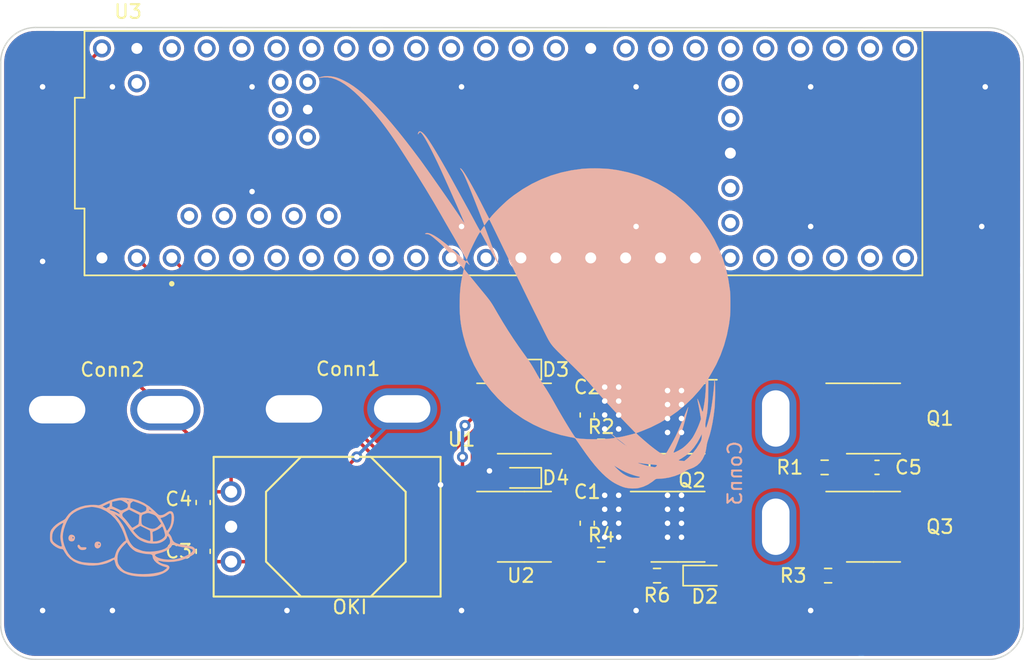
<source format=kicad_pcb>
(kicad_pcb (version 20211014) (generator pcbnew)
  (layers (0 "F.Cu" signal) (31 "B.Cu" signal) (34 "B.Paste" user) (35 "F.Paste" user) (36 "B.SilkS" user "B.Silkscreen") (37 "F.SilkS" user "F.Silkscreen") (38 "B.Mask" user) (39 "F.Mask" user) (44 "Edge.Cuts" user))
  (net 0 "")
  (net 1 "GND")
  (net 2 "Net-(D1-Pad1)")
  (net 3 "Net-(D2-Pad1)")
  (net 4 "Net-(Q1-Pad4)")
  (net 5 "Net-(Q2-Pad4)")
  (net 6 "Net-(Q3-Pad4)")
  (net 7 "Net-(Q4-Pad4)")
  (net 8 "Net-(R1-Pad1)")
  (net 9 "Net-(R2-Pad1)")
  (net 10 "Net-(R3-Pad1)")
  (net 11 "Net-(R4-Pad1)")
  (net 12 "FWD_PWM")
  (net 13 "RVS_PWM")
  (net 63 "+12V")
  (net 64 "/M+")
  (net 65 "/M-")
  (net 66 "Net-(C1-Pad1)")
  (net 67 "Net-(C2-Pad1)")
  (net 68 "+3V3")
  (footprint "Resistor_SMD:R_0603_1608Metric_Pad0.98x0.95mm_HandSolder" (layer "F.Cu") (at 99.06 76.962)
    (fp_text reference "R2" (at 0 -1.43) (layer "F.SilkS"))
    (fp_text value "100")
    (pad "1" smd roundrect (at -0.9125 0) (size 0.975 0.95) (layers "F.Cu" "F.Paste" "F.Mask") (net 9 "Net-(R2-Pad1)"))
    (pad "2" smd roundrect (at 0.9125 0) (size 0.975 0.95) (layers "F.Cu" "F.Paste" "F.Mask") (net 7 "Net-(Q4-Pad4)"))
  )
  (footprint "Capacitor_SMD:C_0603_1608Metric" (layer "F.Cu") (at 98.044 74.676 -90)
    (fp_text reference "C2" (at -2.032 0 180) (layer "F.SilkS"))
    (fp_text value "0.1u")
    (pad "1" smd roundrect (at -0.775 0 270) (size 0.9 0.95) (layers "F.Cu" "F.Paste" "F.Mask") (net 67 "Net-(C2-Pad1)"))
    (pad "2" smd roundrect (at 0.775 0 270) (size 0.9 0.95) (layers "F.Cu" "F.Paste" "F.Mask") (net 64 "/M+"))
  )
  (footprint "Resistor_SMD:R_0603_1608Metric_Pad0.98x0.95mm_HandSolder" (layer "F.Cu") (at 99.06 84.836)
    (fp_text reference "R4" (at 0.00751 -1.421921) (layer "F.SilkS"))
    (fp_text value "100")
    (pad "1" smd roundrect (at -0.9125 0) (size 0.975 0.95) (layers "F.Cu" "F.Paste" "F.Mask") (net 11 "Net-(R4-Pad1)"))
    (pad "2" smd roundrect (at 0.9125 0) (size 0.975 0.95) (layers "F.Cu" "F.Paste" "F.Mask") (net 5 "Net-(Q2-Pad4)"))
  )
  (footprint "Diode_SMD:D_0603_1608Metric" (layer "F.Cu") (at 93.218 79.248 180)
    (fp_text reference "D4" (at -2.54 0) (layer "F.SilkS"))
    (fp_text value "D_Small")
    (pad "1" smd roundrect (at -0.7875 0 180) (size 0.875 0.95) (layers "F.Cu" "F.Paste" "F.Mask") (net 66 "Net-(C1-Pad1)"))
    (pad "2" smd roundrect (at 0.7875 0 180) (size 0.875 0.95) (layers "F.Cu" "F.Paste" "F.Mask") (net 63 "+12V"))
  )
  (footprint "Capacitor_SMD:C_0603_1608Metric" (layer "F.Cu") (at 70.104 81.039 -90)
    (fp_text reference "C4" (at -0.254 1.778 180) (layer "F.SilkS"))
    (fp_text value "10u")
    (pad "1" smd roundrect (at -0.775 0 270) (size 0.9 0.95) (layers "F.Cu" "F.Paste" "F.Mask") (net 68 "+3V3"))
    (pad "2" smd roundrect (at 0.775 0 270) (size 0.9 0.95) (layers "F.Cu" "F.Paste" "F.Mask") (net 1 "GND"))
  )
  (footprint "LED_SMD:LED_0603_1608Metric_Pad1.05x0.95mm_HandSolder" (layer "F.Cu") (at 106.68 71.374)
    (fp_text reference "D1" (at 0 -1.43) (layer "F.SilkS"))
    (fp_text value "Pink")
    (pad "1" smd roundrect (at -0.875 0) (size 1.05 0.95) (layers "F.Cu" "F.Paste" "F.Mask") (net 2 "Net-(D1-Pad1)"))
    (pad "2" smd roundrect (at 0.875 0) (size 1.05 0.95) (layers "F.Cu" "F.Paste" "F.Mask") (net 64 "/M+"))
  )
  (footprint "MRDT_Connectors:Square_Anderson_2_H_Side_By_Side" (layer "F.Cu") (at 76.158 73.8582 90)
    (fp_text reference "Conn1" (at 2.54 4.487 180) (layer "F.SilkS"))
    (fp_text value "AndersonPP")
    (pad "1" thru_hole oval (at -0.3746 0.55 90) (size 3 5.1) (drill oval 2 4.1) (layers *.Cu *.Mask "F.Paste") (net 1 "GND"))
    (pad "2" thru_hole oval (at -0.3746 8.424 90) (size 3 5.1) (drill oval 2 4.1) (layers *.Cu *.Mask "F.Paste") (net 63 "+12V"))
  )
  (footprint "Package_SO:SOIC-8_3.9x4.9mm_P1.27mm" (layer "F.Cu") (at 93.472 82.804)
    (fp_text reference "U2" (at -0.254 3.556) (layer "F.SilkS"))
    (fp_text value "IRS2005S")
    (pad "1" smd roundrect (at -2.475 -1.905) (size 1.95 0.6) (layers "F.Cu" "F.Paste" "F.Mask") (net 63 "+12V"))
    (pad "2" smd roundrect (at -2.475 -0.635) (size 1.95 0.6) (layers "F.Cu" "F.Paste" "F.Mask") (net 13 "RVS_PWM"))
    (pad "3" smd roundrect (at -2.475 0.635) (size 1.95 0.6) (layers "F.Cu" "F.Paste" "F.Mask") (net 12 "FWD_PWM"))
    (pad "4" smd roundrect (at -2.475 1.905) (size 1.95 0.6) (layers "F.Cu" "F.Paste" "F.Mask") (net 1 "GND"))
    (pad "5" smd roundrect (at 2.475 1.905) (size 1.95 0.6) (layers "F.Cu" "F.Paste" "F.Mask") (net 11 "Net-(R4-Pad1)"))
    (pad "6" smd roundrect (at 2.475 0.635) (size 1.95 0.6) (layers "F.Cu" "F.Paste" "F.Mask") (net 65 "/M-"))
    (pad "7" smd roundrect (at 2.475 -0.635) (size 1.95 0.6) (layers "F.Cu" "F.Paste" "F.Mask") (net 10 "Net-(R3-Pad1)"))
    (pad "8" smd roundrect (at 2.475 -1.905) (size 1.95 0.6) (layers "F.Cu" "F.Paste" "F.Mask") (net 66 "Net-(C1-Pad1)"))
  )
  (footprint "Package_SO:SOIC-8_3.9x4.9mm_P1.27mm" (layer "F.Cu") (at 93.472 74.93)
    (fp_text reference "U1" (at -4.572 1.524) (layer "F.SilkS"))
    (fp_text value "IRS2005S")
    (pad "1" smd roundrect (at -2.475 -1.905) (size 1.95 0.6) (layers "F.Cu" "F.Paste" "F.Mask") (net 63 "+12V"))
    (pad "2" smd roundrect (at -2.475 -0.635) (size 1.95 0.6) (layers "F.Cu" "F.Paste" "F.Mask") (net 12 "FWD_PWM"))
    (pad "3" smd roundrect (at -2.475 0.635) (size 1.95 0.6) (layers "F.Cu" "F.Paste" "F.Mask") (net 13 "RVS_PWM"))
    (pad "4" smd roundrect (at -2.475 1.905) (size 1.95 0.6) (layers "F.Cu" "F.Paste" "F.Mask") (net 1 "GND"))
    (pad "5" smd roundrect (at 2.475 1.905) (size 1.95 0.6) (layers "F.Cu" "F.Paste" "F.Mask") (net 9 "Net-(R2-Pad1)"))
    (pad "6" smd roundrect (at 2.475 0.635) (size 1.95 0.6) (layers "F.Cu" "F.Paste" "F.Mask") (net 64 "/M+"))
    (pad "7" smd roundrect (at 2.475 -0.635) (size 1.95 0.6) (layers "F.Cu" "F.Paste" "F.Mask") (net 8 "Net-(R1-Pad1)"))
    (pad "8" smd roundrect (at 2.475 -1.905) (size 1.95 0.6) (layers "F.Cu" "F.Paste" "F.Mask") (net 67 "Net-(C2-Pad1)"))
  )
  (footprint "MRDT_Shields:MODULE_DEV-16771" (layer "F.Cu") (at 91.948 55.626)
    (fp_text reference "U3" (at -27.305 -10.295) (layer "F.SilkS"))
    (fp_text value "Teensy4.1_DEV-16771")
    (pad "0" thru_hole circle locked (at -26.67 7.62) (size 1.308 1.308) (drill 0.8) (layers *.Cu *.Mask) (net 12 "FWD_PWM"))
    (pad "1" thru_hole circle locked (at -24.13 7.62) (size 1.308 1.308) (drill 0.8) (layers *.Cu *.Mask) (net 13 "RVS_PWM"))
    (pad "2" thru_hole circle locked (at -21.59 7.62) (size 1.308 1.308) (drill 0.8) (layers *.Cu *.Mask))
    (pad "3" thru_hole circle locked (at -19.05 7.62) (size 1.308 1.308) (drill 0.8) (layers *.Cu *.Mask))
    (pad "3.3V_1" thru_hole circle locked (at 6.35 7.62) (size 1.308 1.308) (drill 0.8) (layers *.Cu *.Mask))
    (pad "3.3V_2" thru_hole circle locked (at -24.13 -7.62) (size 1.308 1.308) (drill 0.8) (layers *.Cu *.Mask))
    (pad "3.3V_3" thru_hole circle locked (at 16.51 2.54) (size 1.308 1.308) (drill 0.8) (layers *.Cu *.Mask))
    (pad "4" thru_hole circle locked (at -16.51 7.62) (size 1.308 1.308) (drill 0.8) (layers *.Cu *.Mask))
    (pad "5" thru_hole circle locked (at -13.97 7.62) (size 1.308 1.308) (drill 0.8) (layers *.Cu *.Mask))
    (pad "5V" thru_hole circle locked (at -22.86 4.57) (size 1.258 1.258) (drill 0.75) (layers *.Cu *.Mask))
    (pad "6" thru_hole circle locked (at -11.43 7.62) (size 1.308 1.308) (drill 0.8) (layers *.Cu *.Mask))
    (pad "7" thru_hole circle locked (at -8.89 7.62) (size 1.308 1.308) (drill 0.8) (layers *.Cu *.Mask))
    (pad "8" thru_hole circle locked (at -6.35 7.62) (size 1.308 1.308) (drill 0.8) (layers *.Cu *.Mask))
    (pad "9" thru_hole circle locked (at -3.81 7.62) (size 1.308 1.308) (drill 0.8) (layers *.Cu *.Mask))
    (pad "10" thru_hole circle locked (at -1.27 7.62) (size 1.308 1.308) (drill 0.8) (layers *.Cu *.Mask))
    (pad "11" thru_hole circle locked (at 1.27 7.62) (size 1.308 1.308) (drill 0.8) (layers *.Cu *.Mask))
    (pad "12" thru_hole circle locked (at 3.81 7.62) (size 1.308 1.308) (drill 0.8) (layers *.Cu *.Mask))
    (pad "13" thru_hole circle locked (at 3.81 -7.62) (size 1.308 1.308) (drill 0.8) (layers *.Cu *.Mask))
    (pad "14" thru_hole circle locked (at 1.27 -7.62) (size 1.308 1.308) (drill 0.8) (layers *.Cu *.Mask))
    (pad "15" thru_hole circle locked (at -1.27 -7.62) (size 1.308 1.308) (drill 0.8) (layers *.Cu *.Mask))
    (pad "16" thru_hole circle locked (at -3.81 -7.62) (size 1.308 1.308) (drill 0.8) (layers *.Cu *.Mask))
    (pad "17" thru_hole circle locked (at -6.35 -7.62) (size 1.308 1.308) (drill 0.8) (layers *.Cu *.Mask))
    (pad "18" thru_hole circle locked (at -8.89 -7.62) (size 1.308 1.308) (drill 0.8) (layers *.Cu *.Mask))
    (pad "19" thru_hole circle locked (at -11.43 -7.62) (size 1.308 1.308) (drill 0.8) (layers *.Cu *.Mask))
    (pad "20" thru_hole circle locked (at -13.97 -7.62) (size 1.308 1.308) (drill 0.8) (layers *.Cu *.Mask))
    (pad "21" thru_hole circle locked (at -16.51 -7.62) (size 1.308 1.308) (drill 0.8) (layers *.Cu *.Mask))
    (pad "22" thru_hole circle locked (at -19.05 -7.62) (size 1.308 1.308) (drill 0.8) (layers *.Cu *.Mask))
    (pad "23" thru_hole circle locked (at -21.59 -7.62) (size 1.308 1.308) (drill 0.8) (layers *.Cu *.Mask))
    (pad "24" thru_hole circle locked (at 8.89 7.62) (size 1.308 1.308) (drill 0.8) (layers *.Cu *.Mask))
    (pad "25" thru_hole circle locked (at 11.43 7.62) (size 1.308 1.308) (drill 0.8) (layers *.Cu *.Mask))
    (pad "26" thru_hole circle locked (at 13.97 7.62) (size 1.308 1.308) (drill 0.8) (layers *.Cu *.Mask))
    (pad "27" thru_hole circle locked (at 16.51 7.62) (size 1.308 1.308) (drill 0.8) (layers *.Cu *.Mask))
    (pad "28" thru_hole circle locked (at 19.05 7.62) (size 1.308 1.308) (drill 0.8) (layers *.Cu *.Mask))
    (pad "29" thru_hole circle locked (at 21.59 7.62) (size 1.308 1.308) (drill 0.8) (layers *.Cu *.Mask))
    (pad "30" thru_hole circle locked (at 24.13 7.62) (size 1.308 1.308) (drill 0.8) (layers *.Cu *.Mask))
    (pad "31" thru_hole circle locked (at 26.67 7.62) (size 1.308 1.308) (drill 0.8) (layers *.Cu *.Mask))
    (pad "32" thru_hole circle locked (at 29.21 7.62) (size 1.308 1.308) (drill 0.8) (layers *.Cu *.Mask))
    (pad "33" thru_hole circle locked (at 29.21 -7.62) (size 1.308 1.308) (drill 0.8) (layers *.Cu *.Mask))
    (pad "34" thru_hole circle locked (at 26.67 -7.62) (size 1.308 1.308) (drill 0.8) (layers *.Cu *.Mask))
    (pad "35" thru_hole circle locked (at 24.13 -7.62) (size 1.308 1.308) (drill 0.8) (layers *.Cu *.Mask))
    (pad "36" thru_hole circle locked (at 21.59 -7.62) (size 1.308 1.308) (drill 0.8) (layers *.Cu *.Mask))
    (pad "37" thru_hole circle locked (at 19.05 -7.62) (size 1.308 1.308) (drill 0.8) (layers *.Cu *.Mask))
    (pad "38" thru_hole circle locked (at 16.51 -7.62) (size 1.308 1.308) (drill 0.8) (layers *.Cu *.Mask))
    (pad "39" thru_hole circle locked (at 13.97 -7.62) (size 1.308 1.308) (drill 0.8) (layers *.Cu *.Mask))
    (pad "40" thru_hole circle locked (at 11.43 -7.62) (size 1.308 1.308) (drill 0.8) (layers *.Cu *.Mask))
    (pad "41" thru_hole circle locked (at 8.89 -7.62) (size 1.308 1.308) (drill 0.8) (layers *.Cu *.Mask))
    (pad "D+" thru_hole circle locked (at -17.78 4.57) (size 1.258 1.258) (drill 0.75) (layers *.Cu *.Mask))
    (pad "D-" thru_hole circle locked (at -20.32 4.57) (size 1.258 1.258) (drill 0.75) (layers *.Cu *.Mask))
    (pad "GND1" thru_hole circle locked (at -29.21 7.62) (size 1.308 1.308) (drill 0.8) (layers *.Cu *.Mask) (net 1 "GND"))
    (pad "GND2" thru_hole circle locked (at 6.35 -7.62) (size 1.308 1.308) (drill 0.8) (layers *.Cu *.Mask) (net 1 "GND"))
    (pad "GND3" thru_hole circle locked (at -26.67 -7.62) (size 1.308 1.308) (drill 0.8) (layers *.Cu *.Mask) (net 1 "GND"))
    (pad "GND4" thru_hole circle locked (at 16.51 0) (size 1.308 1.308) (drill 0.8) (layers *.Cu *.Mask) (net 1 "GND"))
    (pad "GND5" thru_hole circle locked (at -14.24 -3.17) (size 1.208 1.208) (drill 0.7) (layers *.Cu *.Mask) (net 1 "GND"))
    (pad "LED" thru_hole circle locked (at -16.24 -3.17) (size 1.208 1.208) (drill 0.7) (layers *.Cu *.Mask))
    (pad "ON/OFF" thru_hole circle locked (at 16.51 -5.08) (size 1.308 1.308) (drill 0.8) (layers *.Cu *.Mask))
    (pad "PROGRAM" thru_hole circle locked (at 16.51 -2.54) (size 1.308 1.308) (drill 0.8) (layers *.Cu *.Mask))
    (pad "R+" thru_hole circle locked (at -16.24 -5.17) (size 1.208 1.208) (drill 0.7) (layers *.Cu *.Mask))
    (pad "R-" thru_hole circle locked (at -14.24 -5.17) (size 1.208 1.208) (drill 0.7) (layers *.Cu *.Mask))
    (pad "T+" thru_hole circle locked (at -14.24 -1.17) (size 1.208 1.208) (drill 0.7) (layers *.Cu *.Mask))
    (pad "T-" thru_hole circle locked (at -16.24 -1.17) (size 1.208 1.208) (drill 0.7) (layers *.Cu *.Mask))
    (pad "USB_GND1" thru_hole circle locked (at -15.24 4.57) (size 1.258 1.258) (drill 0.75) (layers *.Cu *.Mask))
    (pad "USB_GND2" thru_hole circle locked (at -12.7 4.57) (size 1.258 1.258) (drill 0.75) (layers *.Cu *.Mask))
    (pad "VBAT" thru_hole circle locked (at 16.51 5.08) (size 1.308 1.308) (drill 0.8) (layers *.Cu *.Mask))
    (pad "VIN" thru_hole circle locked (at -29.21 -7.62) (size 1.308 1.308) (drill 0.8) (layers *.Cu *.Mask) (net 68 "+3V3"))
    (pad "VUSB" thru_hole circle locked (at -26.67 -5.08) (size 1.308 1.308) (drill 0.8) (layers *.Cu *.Mask))
  )
  (footprint "Package_SO:SOIC-8_3.9x4.9mm_P1.27mm" (layer "F.Cu") (at 104.648 74.93)
    (fp_text reference "Q4" (at -1.259884 3.44736) (layer "F.SilkS"))
    (fp_text value "SI4156DY")
    (pad "1" smd roundrect (at -2.475 -1.905) (size 1.95 0.6) (layers "F.Cu" "F.Paste" "F.Mask") (net 1 "GND"))
    (pad "2" smd roundrect (at -2.475 -0.635) (size 1.95 0.6) (layers "F.Cu" "F.Paste" "F.Mask") (net 1 "GND"))
    (pad "3" smd roundrect (at -2.475 0.635) (size 1.95 0.6) (layers "F.Cu" "F.Paste" "F.Mask") (net 1 "GND"))
    (pad "4" smd roundrect (at -2.475 1.905) (size 1.95 0.6) (layers "F.Cu" "F.Paste" "F.Mask") (net 7 "Net-(Q4-Pad4)"))
    (pad "5" smd roundrect (at 2.475 1.905) (size 1.95 0.6) (layers "F.Cu" "F.Paste" "F.Mask") (net 64 "/M+"))
    (pad "6" smd roundrect (at 2.475 0.635) (size 1.95 0.6) (layers "F.Cu" "F.Paste" "F.Mask") (net 64 "/M+"))
    (pad "7" smd roundrect (at 2.475 -0.635) (size 1.95 0.6) (layers "F.Cu" "F.Paste" "F.Mask") (net 64 "/M+"))
    (pad "8" smd roundrect (at 2.475 -1.905) (size 1.95 0.6) (layers "F.Cu" "F.Paste" "F.Mask") (net 64 "/M+"))
  )
  (footprint "Package_SO:SOIC-8_3.9x4.9mm_P1.27mm" (layer "F.Cu") (at 118.872 74.93)
    (fp_text reference "Q1" (at 4.826 0) (layer "F.SilkS"))
    (fp_text value "SI4156DY")
    (pad "1" smd roundrect (at -2.475 -1.905) (size 1.95 0.6) (layers "F.Cu" "F.Paste" "F.Mask") (net 64 "/M+"))
    (pad "2" smd roundrect (at -2.475 -0.635) (size 1.95 0.6) (layers "F.Cu" "F.Paste" "F.Mask") (net 64 "/M+"))
    (pad "3" smd roundrect (at -2.475 0.635) (size 1.95 0.6) (layers "F.Cu" "F.Paste" "F.Mask") (net 64 "/M+"))
    (pad "4" smd roundrect (at -2.475 1.905) (size 1.95 0.6) (layers "F.Cu" "F.Paste" "F.Mask") (net 4 "Net-(Q1-Pad4)"))
    (pad "5" smd roundrect (at 2.475 1.905) (size 1.95 0.6) (layers "F.Cu" "F.Paste" "F.Mask") (net 63 "+12V"))
    (pad "6" smd roundrect (at 2.475 0.635) (size 1.95 0.6) (layers "F.Cu" "F.Paste" "F.Mask") (net 63 "+12V"))
    (pad "7" smd roundrect (at 2.475 -0.635) (size 1.95 0.6) (layers "F.Cu" "F.Paste" "F.Mask") (net 63 "+12V"))
    (pad "8" smd roundrect (at 2.475 -1.905) (size 1.95 0.6) (layers "F.Cu" "F.Paste" "F.Mask") (net 63 "+12V"))
  )
  (footprint "Resistor_SMD:R_0603_1608Metric_Pad0.98x0.95mm_HandSolder" (layer "F.Cu") (at 115.57 86.36)
    (fp_text reference "R3" (at -2.54 0) (layer "F.SilkS"))
    (fp_text value "100")
    (pad "1" smd roundrect (at -0.9125 0) (size 0.975 0.95) (layers "F.Cu" "F.Paste" "F.Mask") (net 10 "Net-(R3-Pad1)"))
    (pad "2" smd roundrect (at 0.9125 0) (size 0.975 0.95) (layers "F.Cu" "F.Paste" "F.Mask") (net 6 "Net-(Q3-Pad4)"))
  )
  (footprint "Diode_SMD:D_0603_1608Metric" (layer "F.Cu") (at 93.218 71.374 180)
    (fp_text reference "D3" (at -2.54 0) (layer "F.SilkS"))
    (fp_text value "D_Small")
    (pad "1" smd roundrect (at -0.7875 0 180) (size 0.875 0.95) (layers "F.Cu" "F.Paste" "F.Mask") (net 67 "Net-(C2-Pad1)"))
    (pad "2" smd roundrect (at 0.7875 0 180) (size 0.875 0.95) (layers "F.Cu" "F.Paste" "F.Mask") (net 63 "+12V"))
  )
  (footprint "Resistor_SMD:R_0603_1608Metric_Pad0.98x0.95mm_HandSolder" (layer "F.Cu") (at 115.316 78.486)
    (fp_text reference "R1" (at -2.54 0) (layer "F.SilkS"))
    (fp_text value "100")
    (pad "1" smd roundrect (at -0.9125 0) (size 0.975 0.95) (layers "F.Cu" "F.Paste" "F.Mask") (net 8 "Net-(R1-Pad1)"))
    (pad "2" smd roundrect (at 0.9125 0) (size 0.975 0.95) (layers "F.Cu" "F.Paste" "F.Mask") (net 4 "Net-(Q1-Pad4)"))
  )
  (footprint "Capacitor_SMD:C_0603_1608Metric" (layer "F.Cu") (at 98.044 82.55 -90)
    (fp_text reference "C1" (at -2.286 0) (layer "F.SilkS"))
    (fp_text value "0.1u")
    (pad "1" smd roundrect (at -0.775 0 270) (size 0.9 0.95) (layers "F.Cu" "F.Paste" "F.Mask") (net 66 "Net-(C1-Pad1)"))
    (pad "2" smd roundrect (at 0.775 0 270) (size 0.9 0.95) (layers "F.Cu" "F.Paste" "F.Mask") (net 65 "/M-"))
  )
  (footprint "Capacitor_SMD:C_0603_1608Metric" (layer "F.Cu") (at 119.126 78.486)
    (fp_text reference "C5" (at 2.286 0) (layer "F.SilkS"))
    (fp_text value "10u")
    (pad "1" smd roundrect (at -0.775 0) (size 0.9 0.95) (layers "F.Cu" "F.Paste" "F.Mask") (net 64 "/M+"))
    (pad "2" smd roundrect (at 0.775 0) (size 0.9 0.95) (layers "F.Cu" "F.Paste" "F.Mask") (net 65 "/M-"))
  )
  (footprint "Package_SO:SOIC-8_3.9x4.9mm_P1.27mm" (layer "F.Cu") (at 104.648 82.804)
    (fp_text reference "Q2" (at 1.016 -3.387982 180) (layer "F.SilkS"))
    (fp_text value "SI4156DY")
    (pad "1" smd roundrect (at -2.475 -1.905) (size 1.95 0.6) (layers "F.Cu" "F.Paste" "F.Mask") (net 1 "GND"))
    (pad "2" smd roundrect (at -2.475 -0.635) (size 1.95 0.6) (layers "F.Cu" "F.Paste" "F.Mask") (net 1 "GND"))
    (pad "3" smd roundrect (at -2.475 0.635) (size 1.95 0.6) (layers "F.Cu" "F.Paste" "F.Mask") (net 1 "GND"))
    (pad "4" smd roundrect (at -2.475 1.905) (size 1.95 0.6) (layers "F.Cu" "F.Paste" "F.Mask") (net 5 "Net-(Q2-Pad4)"))
    (pad "5" smd roundrect (at 2.475 1.905) (size 1.95 0.6) (layers "F.Cu" "F.Paste" "F.Mask") (net 65 "/M-"))
    (pad "6" smd roundrect (at 2.475 0.635) (size 1.95 0.6) (layers "F.Cu" "F.Paste" "F.Mask") (net 65 "/M-"))
    (pad "7" smd roundrect (at 2.475 -0.635) (size 1.95 0.6) (layers "F.Cu" "F.Paste" "F.Mask") (net 65 "/M-"))
    (pad "8" smd roundrect (at 2.475 -1.905) (size 1.95 0.6) (layers "F.Cu" "F.Paste" "F.Mask") (net 65 "/M-"))
  )
  (footprint "Resistor_SMD:R_0603_1608Metric_Pad0.98x0.95mm_HandSolder" (layer "F.Cu") (at 103.124 71.374 180)
    (fp_text reference "R5" (at 0 1.404) (layer "F.SilkS"))
    (fp_text value "500")
    (pad "1" smd roundrect (at -0.9125 0 180) (size 0.975 0.95) (layers "F.Cu" "F.Paste" "F.Mask") (net 2 "Net-(D1-Pad1)"))
    (pad "2" smd roundrect (at 0.9125 0 180) (size 0.975 0.95) (layers "F.Cu" "F.Paste" "F.Mask") (net 1 "GND"))
  )
  (footprint "Capacitor_SMD:C_0603_1608Metric" (layer "F.Cu") (at 70.104 84.595 90)
    (fp_text reference "C3" (at 0 -1.778 180) (layer "F.SilkS"))
    (fp_text value "10u")
    (pad "1" smd roundrect (at -0.775 0 90) (size 0.9 0.95) (layers "F.Cu" "F.Paste" "F.Mask") (net 63 "+12V"))
    (pad "2" smd roundrect (at 0.775 0 90) (size 0.9 0.95) (layers "F.Cu" "F.Paste" "F.Mask") (net 1 "GND"))
  )
  (footprint "Resistor_SMD:R_0603_1608Metric_Pad0.98x0.95mm_HandSolder" (layer "F.Cu") (at 103.124 86.36 180)
    (fp_text reference "R6" (at 0 -1.43) (layer "F.SilkS"))
    (fp_text value "500")
    (pad "1" smd roundrect (at -0.9125 0 180) (size 0.975 0.95) (layers "F.Cu" "F.Paste" "F.Mask") (net 3 "Net-(D2-Pad1)"))
    (pad "2" smd roundrect (at 0.9125 0 180) (size 0.975 0.95) (layers "F.Cu" "F.Paste" "F.Mask") (net 1 "GND"))
  )
  (footprint "LED_SMD:LED_0603_1608Metric_Pad1.05x0.95mm_HandSolder" (layer "F.Cu") (at 106.68 86.36)
    (fp_text reference "D2" (at -0.082 1.524) (layer "F.SilkS"))
    (fp_text value "Pink")
    (pad "1" smd roundrect (at -0.875 0) (size 1.05 0.95) (layers "F.Cu" "F.Paste" "F.Mask") (net 3 "Net-(D2-Pad1)"))
    (pad "2" smd roundrect (at 0.875 0) (size 1.05 0.95) (layers "F.Cu" "F.Paste" "F.Mask") (net 65 "/M-"))
  )
  (footprint "MRDT_Connectors:Square_Anderson_2_H_Side_By_Side" (layer "F.Cu") (at 58.928 73.914 90)
    (fp_text reference "Conn2" (at 2.54 4.572 180) (layer "F.SilkS"))
    (fp_text value "AndersonPP")
    (pad "1" thru_hole oval (at -0.3746 0.55 90) (size 3 5.1) (drill oval 2 4.1) (layers *.Cu *.Mask "F.Paste") (net 1 "GND"))
    (pad "2" thru_hole oval (at -0.3746 8.424 90) (size 3 5.1) (drill oval 2 4.1) (layers *.Cu *.Mask "F.Paste") (net 68 "+3V3"))
  )
  (footprint "Package_SO:SOIC-8_3.9x4.9mm_P1.27mm" (layer "F.Cu") (at 118.872 82.804)
    (fp_text reference "Q3" (at 4.826 0 180) (layer "F.SilkS"))
    (fp_text value "SI4156DY")
    (pad "1" smd roundrect (at -2.475 -1.905) (size 1.95 0.6) (layers "F.Cu" "F.Paste" "F.Mask") (net 65 "/M-"))
    (pad "2" smd roundrect (at -2.475 -0.635) (size 1.95 0.6) (layers "F.Cu" "F.Paste" "F.Mask") (net 65 "/M-"))
    (pad "3" smd roundrect (at -2.475 0.635) (size 1.95 0.6) (layers "F.Cu" "F.Paste" "F.Mask") (net 65 "/M-"))
    (pad "4" smd roundrect (at -2.475 1.905) (size 1.95 0.6) (layers "F.Cu" "F.Paste" "F.Mask") (net 6 "Net-(Q3-Pad4)"))
    (pad "5" smd roundrect (at 2.475 1.905) (size 1.95 0.6) (layers "F.Cu" "F.Paste" "F.Mask") (net 63 "+12V"))
    (pad "6" smd roundrect (at 2.475 0.635) (size 1.95 0.6) (layers "F.Cu" "F.Paste" "F.Mask") (net 63 "+12V"))
    (pad "7" smd roundrect (at 2.475 -0.635) (size 1.95 0.6) (layers "F.Cu" "F.Paste" "F.Mask") (net 63 "+12V"))
    (pad "8" smd roundrect (at 2.475 -1.905) (size 1.95 0.6) (layers "F.Cu" "F.Paste" "F.Mask") (net 63 "+12V"))
  )
  (footprint "MRDT_Devices:OKI_Horizontal" (layer "F.Cu") (at 72.136 85.344 90)
    (fp_text reference "U4" hide)
    (fp_text value "OKI" (at -3.302 8.636 180) (layer "F.SilkS"))
    (pad "1" thru_hole circle locked (at 0 0 90) (size 1.524 1.524) (drill 0.889) (layers *.Cu *.Mask) (net 63 "+12V"))
    (pad "2" thru_hole circle locked (at 2.54 0 90) (size 1.524 1.524) (drill 0.889) (layers *.Cu *.Mask) (net 1 "GND"))
    (pad "3" thru_hole circle locked (at 5.08 0 90) (size 1.524 1.524) (drill 0.889) (layers *.Cu *.Mask) (net 68 "+3V3"))
  )
  (footprint "MRDT_Silkscreens:0_MRDT_Logo_30mm" (layer "B.Cu") (at 93.472 65.024 180)
    (fp_text reference "G***" hide)
    (fp_text value "LOGO" hide)
  )
  (footprint "Silkscreens:turtle" (layer "B.Cu") (at 64.251864 83.036023 180)
    (fp_text reference "G***")
    (fp_text value "LOGO" hide)
  )
  (footprint "MRDT_Connectors:Square_Anderson_2_H_Side_By_Side" (layer "B.Cu") (at 111.3854 74.38 180)
    (fp_text reference "Conn3" (at 2.597062 -4.528757 90) (layer "B.SilkS") (effects (justify mirror)))
    (fp_text value "AndersonPP")
    (pad "1" thru_hole oval (at -0.3746 -0.55 180) (size 3 5.1) (drill oval 2 4.1) (layers *.Cu *.Mask "B.Paste") (net 64 "/M+"))
    (pad "2" thru_hole oval (at -0.3746 -8.424 180) (size 3 5.1) (drill oval 2 4.1) (layers *.Cu *.Mask "B.Paste") (net 65 "/M-"))
  )
  (gr_arc (start 127.254 46.500051) (mid 129.050051 47.244) (end 129.794 49.040051) (layer "Edge.Cuts") (width 0.1))
  (gr_line (start 127.235949 92.456) (end 57.912 92.456) (layer "Edge.Cuts") (width 0.1))
  (gr_arc (start 129.775949 89.916) (mid 129.032 91.712051) (end 127.235949 92.456) (layer "Edge.Cuts") (width 0.1))
  (gr_line (start 55.372 89.916) (end 55.372 49.022) (layer "Edge.Cuts") (width 0.1))
  (gr_arc (start 55.372 49.022) (mid 56.115949 47.225949) (end 57.912 46.482) (layer "Edge.Cuts") (width 0.1))
  (gr_line (start 129.775949 89.916) (end 129.794 49.040051) (layer "Edge.Cuts") (width 0.1))
  (gr_line (start 127.254 46.500051) (end 57.912 46.482) (layer "Edge.Cuts") (width 0.1))
  (gr_arc (start 57.912 92.456) (mid 56.115949 91.712051) (end 55.372 89.916) (layer "Edge.Cuts") (width 0.1))
  (segment (start 102.2115 71.374) (end 102.2115 72.9865) (width 0.25) (layer "F.Cu") (net 1))
  (segment (start 70.104 81.814) (end 71.146 81.814) (width 0.25) (layer "F.Cu") (net 1))
  (segment (start 102.549751 83.439) (end 102.173 83.439) (width 0.25) (layer "F.Cu") (net 1))
  (segment (start 70.104 83.82) (end 71.12 83.82) (width 0.25) (layer "F.Cu") (net 1))
  (segment (start 71.146 81.814) (end 72.136 82.804) (width 0.25) (layer "F.Cu") (net 1))
  (segment (start 103.473 85.0985) (end 103.473 84.362249) (width 0.25) (layer "F.Cu") (net 1))
  (segment (start 102.2115 72.9865) (end 102.173 73.025) (width 0.25) (layer "F.Cu") (net 1))
  (segment (start 102.2115 86.36) (end 103.473 85.0985) (width 0.25) (layer "F.Cu") (net 1))
  (segment (start 103.473 84.362249) (end 102.549751 83.439) (width 0.25) (layer "F.Cu") (net 1))
  (segment (start 71.12 83.82) (end 72.136 82.804) (width 0.25) (layer "F.Cu") (net 1))
  (via (at 63.5 50.8) (size 0.8) (drill 0.4) (layers "F.Cu" "B.Cu") (net 1))
  (via (at 101.6 88.9) (size 0.8) (drill 0.4) (layers "F.Cu" "B.Cu") (net 1))
  (via (at 99.314 74.676) (size 0.8) (drill 0.4) (layers "F.Cu" "B.Cu") (net 1))
  (via (at 114.3 50.8) (size 0.8) (drill 0.4) (layers "F.Cu" "B.Cu") (net 1))
  (via (at 100.33 75.692) (size 0.8) (drill 0.4) (layers "F.Cu" "B.Cu") (net 1))
  (via (at 103.886 72.898) (size 0.8) (drill 0.4) (layers "F.Cu" "B.Cu") (net 1))
  (via (at 99.314 75.692) (size 0.8) (drill 0.4) (layers "F.Cu" "B.Cu") (net 1))
  (via (at 100.33 82.55) (size 0.8) (drill 0.4) (layers "F.Cu" "B.Cu") (net 1))
  (via (at 114.3 60.96) (size 0.8) (drill 0.4) (layers "F.Cu" "B.Cu") (net 1))
  (via (at 104.902 80.518) (size 0.8) (drill 0.4) (layers "F.Cu" "B.Cu") (net 1))
  (via (at 88.9 60.96) (size 0.8) (drill 0.4) (layers "F.Cu" "B.Cu") (net 1))
  (via (at 104.902 73.914) (size 0.8) (drill 0.4) (layers "F.Cu" "B.Cu") (net 1))
  (via (at 99.314 80.518) (size 0.8) (drill 0.4) (layers "F.Cu" "B.Cu") (net 1))
  (via (at 103.886 82.55) (size 0.8) (drill 0.4) (layers "F.Cu" "B.Cu") (net 1))
  (via (at 99.314 72.644) (size 0.8) (drill 0.4) (layers "F.Cu" "B.Cu") (net 1))
  (via (at 103.886 74.93) (size 0.8) (drill 0.4) (layers "F.Cu" "B.Cu") (net 1))
  (via (at 126.746 60.96) (size 0.8) (drill 0.4) (layers "F.Cu" "B.Cu") (net 1))
  (via (at 58.42 50.8) (size 0.8) (drill 0.4) (layers "F.Cu" "B.Cu") (net 1))
  (via (at 104.902 72.898) (size 0.8) (drill 0.4) (layers "F.Cu" "B.Cu") (net 1))
  (via (at 103.886 83.566) (size 0.8) (drill 0.4) (layers "F.Cu" "B.Cu") (net 1))
  (via (at 99.314 82.55) (size 0.8) (drill 0.4) (layers "F.Cu" "B.Cu") (net 1))
  (via (at 127 50.8) (size 0.8) (drill 0.4) (layers "F.Cu" "B.Cu") (net 1))
  (via (at 103.886 81.534) (size 0.8) (drill 0.4) (layers "F.Cu" "B.Cu") (net 1))
  (via (at 88.9 50.8) (size 0.8) (drill 0.4) (layers "F.Cu" "B.Cu") (net 1))
  (via (at 99.314 81.534) (size 0.8) (drill 0.4) (layers "F.Cu" "B.Cu") (net 1))
  (via (at 90.932 78.74) (size 0.8) (drill 0.4) (layers "F.Cu" "B.Cu") (net 1))
  (via (at 104.902 83.566) (size 0.8) (drill 0.4) (layers "F.Cu" "B.Cu") (net 1))
  (via (at 104.902 81.534) (size 0.8) (drill 0.4) (layers "F.Cu" "B.Cu") (net 1))
  (via (at 100.33 80.518) (size 0.8) (drill 0.4) (layers "F.Cu" "B.Cu") (net 1))
  (via (at 100.33 83.566) (size 0.8) (drill 0.4) (layers "F.Cu" "B.Cu") (net 1))
  (via (at 73.66 50.8) (size 0.8) (drill 0.4) (layers "F.Cu" "B.Cu") (net 1))
  (via (at 58.42 63.5) (size 0.8) (drill 0.4) (layers "F.Cu" "B.Cu") (net 1))
  (via (at 58.42 88.9) (size 0.8) (drill 0.4) (layers "F.Cu" "B.Cu") (net 1))
  (via (at 100.33 74.676) (size 0.8) (drill 0.4) (layers "F.Cu" "B.Cu") (net 1))
  (via (at 76.2 88.9) (size 0.8) (drill 0.4) (layers "F.Cu" "B.Cu") (net 1))
  (via (at 104.902 75.946) (size 0.8) (drill 0.4) (layers "F.Cu" "B.Cu") (net 1))
  (via (at 100.33 73.66) (size 0.8) (drill 0.4) (layers "F.Cu" "B.Cu") (net 1))
  (via (at 100.33 72.644) (size 0.8) (drill 0.4) (layers "F.Cu" "B.Cu") (net 1))
  (via (at 103.886 73.914) (size 0.8) (drill 0.4) (layers "F.Cu" "B.Cu") (net 1))
  (via (at 114.3 88.9) (size 0.8) (drill 0.4) (layers "F.Cu" "B.Cu") (net 1))
  (via (at 99.314 83.566) (size 0.8) (drill 0.4) (layers "F.Cu" "B.Cu") (net 1))
  (via (at 63.5 88.9) (size 0.8) (drill 0.4) (layers "F.Cu" "B.Cu") (net 1))
  (via (at 87.376 79.756) (size 0.8) (drill 0.4) (layers "F.Cu" "B.Cu") (net 1))
  (via (at 103.886 80.518) (size 0.8) (drill 0.4) (layers "F.Cu" "B.Cu") (net 1))
  (via (at 100.33 81.534) (size 0.8) (drill 0.4) (layers "F.Cu" "B.Cu") (net 1))
  (via (at 104.902 74.93) (size 0.8) (drill 0.4) (layers "F.Cu" "B.Cu") (net 1))
  (via (at 104.902 82.55) (size 0.8) (drill 0.4) (layers "F.Cu" "B.Cu") (net 1))
  (via (at 101.6 50.8) (size 0.8) (drill 0.4) (layers "F.Cu" "B.Cu") (net 1))
  (via (at 73.66 58.42) (size 0.8) (drill 0.4) (layers "F.Cu" "B.Cu") (net 1))
  (via (at 103.886 75.946) (size 0.8) (drill 0.4) (layers "F.Cu" "B.Cu") (net 1))
  (via (at 88.9 88.9) (size 0.8) (drill 0.4) (layers "F.Cu" "B.Cu") (net 1))
  (via (at 99.314 73.66) (size 0.8) (drill 0.4) (layers "F.Cu" "B.Cu") (net 1))
  (via (at 101.6 60.96) (size 0.8) (drill 0.4) (layers "F.Cu" "B.Cu") (net 1))
  (segment (start 105.805 71.374) (end 104.0365 71.374) (width 0.25) (layer "F.Cu") (net 2))
  (segment (start 105.805 86.36) (end 104.0365 86.36) (width 0.25) (layer "F.Cu") (net 3))
  (segment (start 116.2285 78.486) (end 116.2285 77.0035) (width 0.254) (layer "F.Cu") (net 4))
  (segment (start 116.2285 77.0035) (end 116.397 76.835) (width 0.254) (layer "F.Cu") (net 4))
  (segment (start 100.0995 84.709) (end 99.9725 84.836) (width 0.25) (layer "F.Cu") (net 5))
  (segment (start 102.173 84.709) (end 100.0995 84.709) (width 0.25) (layer "F.Cu") (net 5))
  (segment (start 116.4825 86.36) (end 116.4825 84.7945) (width 0.254) (layer "F.Cu") (net 6))
  (segment (start 116.4825 84.7945) (end 116.397 84.709) (width 0.254) (layer "F.Cu") (net 6))
  (segment (start 102.173 76.835) (end 100.0995 76.835) (width 0.25) (layer "F.Cu") (net 7))
  (segment (start 100.0995 76.835) (end 99.9725 76.962) (width 0.25) (layer "F.Cu") (net 7))
  (segment (start 114.4035 78.486) (end 95.314853 78.486) (width 0.25) (layer "F.Cu") (net 8))
  (segment (start 94.197 77.368147) (end 94.197 75.221) (width 0.25) (layer "F.Cu") (net 8))
  (segment (start 95.314853 78.486) (end 94.197 77.368147) (width 0.25) (layer "F.Cu") (net 8))
  (segment (start 95.123 74.295) (end 95.947 74.295) (width 0.25) (layer "F.Cu") (net 8))
  (segment (start 94.197 75.221) (end 95.123 74.295) (width 0.25) (layer "F.Cu") (net 8))
  (segment (start 95.947 76.835) (end 98.0205 76.835) (width 0.25) (layer "F.Cu") (net 9))
  (segment (start 98.0205 76.835) (end 98.1475 76.962) (width 0.25) (layer "F.Cu") (net 9))
  (segment (start 94.197 83.095) (end 95.123 82.169) (width 0.25) (layer "F.Cu") (net 10))
  (segment (start 113.1915 87.826) (end 114.6575 86.36) (width 0.25) (layer "F.Cu") (net 10))
  (segment (start 96.780853 87.826) (end 94.197 85.242147) (width 0.25) (layer "F.Cu") (net 10))
  (segment (start 113.1915 87.826) (end 96.780853 87.826) (width 0.25) (layer "F.Cu") (net 10))
  (segment (start 94.197 85.242147) (end 94.197 83.095) (width 0.25) (layer "F.Cu") (net 10))
  (segment (start 95.123 82.169) (end 95.947 82.169) (width 0.25) (layer "F.Cu") (net 10))
  (segment (start 95.947 84.709) (end 98.0205 84.709) (width 0.25) (layer "F.Cu") (net 11))
  (segment (start 98.0205 84.709) (end 98.1475 84.836) (width 0.25) (layer "F.Cu") (net 11))
  (segment (start 80.572 75.746) (end 88.265 83.439) (width 0.254) (layer "F.Cu") (net 12))
  (segment (start 77.253551 70.275603) (end 80.572 73.594052) (width 0.254) (layer "F.Cu") (net 12))
  (segment (start 90.997 83.439) (end 89.789 83.439) (width 0.254) (layer "F.Cu") (net 12))
  (segment (start 72.307603 70.275603) (end 77.253551 70.275603) (width 0.254) (layer "F.Cu") (net 12))
  (segment (start 88.9685 82.6185) (end 88.9685 77.724) (width 0.254) (layer "F.Cu") (net 12))
  (segment (start 90.285572 74.295) (end 90.997 74.295) (width 0.254) (layer "F.Cu") (net 12))
  (segment (start 80.572 73.594052) (end 80.572 75.746) (width 0.254) (layer "F.Cu") (net 12))
  (segment (start 88.265 83.439) (end 90.997 83.439) (width 0.254) (layer "F.Cu") (net 12))
  (segment (start 89.148286 75.432286) (end 90.285572 74.295) (width 0.254) (layer "F.Cu") (net 12))
  (segment (start 65.278 63.246) (end 72.307603 70.275603) (width 0.254) (layer "F.Cu") (net 12))
  (segment (start 89.789 83.439) (end 88.9685 82.6185) (width 0.254) (layer "F.Cu") (net 12))
  (via (at 89.148286 75.432286) (size 0.8) (drill 0.4) (layers "F.Cu" "B.Cu") (net 12))
  (via (at 88.9685 77.724) (size 0.8) (drill 0.4) (layers "F.Cu" "B.Cu") (net 12))
  (segment (start 88.9685 77.724) (end 88.9685 75.612072) (width 0.254) (layer "B.Cu") (net 12))
  (segment (start 88.9685 75.612072) (end 89.148286 75.432286) (width 0.254) (layer "B.Cu") (net 12))
  (segment (start 90.997 82.169) (end 90.297 82.169) (width 0.254) (layer "F.Cu") (net 13))
  (segment (start 89.695 75.913) (end 90.043 75.565) (width 0.254) (layer "F.Cu") (net 13))
  (segment (start 90.297 82.169) (end 89.695 81.567) (width 0.254) (layer "F.Cu") (net 13))
  (segment (start 81.026 75.514376) (end 81.026 73.406) (width 0.254) (layer "F.Cu") (net 13))
  (segment (start 90.997 75.565) (end 90.043 75.565) (width 0.254) (layer "F.Cu") (net 13))
  (segment (start 83.258424 77.7468) (end 81.026 75.514376) (width 0.254) (layer "F.Cu") (net 13))
  (segment (start 77.441603 69.821603) (end 74.393603 69.821603) (width 0.254) (layer "F.Cu") (net 13))
  (segment (start 74.393603 69.821603) (end 67.818 63.246) (width 0.254) (layer "F.Cu") (net 13))
  (segment (start 81.026 73.406) (end 77.441603 69.821603) (width 0.254) (layer "F.Cu") (net 13))
  (segment (start 89.695 81.567) (end 89.695 75.913) (width 0.254) (layer "F.Cu") (net 13))
  (segment (start 90.043 75.565) (end 87.8612 77.7468) (width 0.254) (layer "F.Cu") (net 13))
  (segment (start 87.8612 77.7468) (end 83.258424 77.7468) (width 0.254) (layer "F.Cu") (net 13))
  (segment (start 70.13 85.344) (end 70.104 85.37) (width 0.25) (layer "F.Cu") (net 63))
  (segment (start 84.709 74.2448) (end 84.9633 73.9905) (width 6.35) (layer "F.Cu") (net 63))
  (segment (start 92.297 80.423) (end 92.297 73.247) (width 0.25) (layer "F.Cu") (net 63))
  (segment (start 90.997 80.899) (end 91.821 80.899) (width 0.25) (layer "F.Cu") (net 63))
  (segment (start 72.136 85.344) (end 70.13 85.344) (width 0.25) (layer "F.Cu") (net 63))
  (segment (start 91.4298 67.524) (end 121.666 67.524) (width 6.35) (layer "F.Cu") (net 63))
  (segment (start 90.997 73.025) (end 92.075 73.025) (width 0.25) (layer "F.Cu") (net 63))
  (segment (start 92.297 73.247) (end 92.075 73.025) (width 0.25) (layer "F.Cu") (net 63))
  (segment (start 91.821 80.899) (end 92.297 80.423) (width 0.25) (layer "F.Cu") (net 63))
  (segment (start 73.66 85.344) (end 81.28 77.724) (width 0.25) (layer "F.Cu") (net 63))
  (segment (start 72.136 85.344) (end 73.66 85.344) (width 0.25) (layer "F.Cu") (net 63))
  (segment (start 84.709 74.2448) (end 91.4298 67.524) (width 6.35) (layer "F.Cu") (net 63))
  (via (at 81.28 77.724) (size 0.8) (drill 0.4) (layers "F.Cu" "B.Cu") (net 63))
  (segment (start 81.28 77.724) (end 81.28 77.6738) (width 0.25) (layer "B.Cu") (net 63))
  (segment (start 81.28 77.6738) (end 84.709 74.2448) (width 0.25) (layer "B.Cu") (net 63))
  (segment (start 105.98 77.978) (end 95.443249 77.978) (width 0.25) (layer "F.Cu") (net 64))
  (segment (start 97.93 75.565) (end 98.044 75.451) (width 0.2) (layer "F.Cu") (net 64))
  (segment (start 95.947 75.565) (end 97.93 75.565) (width 0.2) (layer "F.Cu") (net 64))
  (segment (start 107.555 71.374) (end 107.555 72.593) (width 0.25) (layer "F.Cu") (net 64))
  (segment (start 117.475 75.565) (end 118.351 76.441) (width 0.508) (layer "F.Cu") (net 64))
  (segment (start 107.123 76.835) (end 105.98 77.978) (width 0.25) (layer "F.Cu") (net 64))
  (segment (start 107.555 72.593) (end 107.123 73.025) (width 0.25) (layer "F.Cu") (net 64))
  (segment (start 95.443249 77.978) (end 94.647 77.181751) (width 0.25) (layer "F.Cu") (net 64))
  (segment (start 95.123 75.565) (end 95.947 75.565) (width 0.25) (layer "F.Cu") (net 64))
  (segment (start 94.647 77.181751) (end 94.647 76.041) (width 0.25) (layer "F.Cu") (net 64))
  (segment (start 94.647 76.041) (end 95.123 75.565) (width 0.25) (layer "F.Cu") (net 64))
  (segment (start 116.397 75.565) (end 117.475 75.565) (width 0.508) (layer "F.Cu") (net 64))
  (segment (start 118.351 76.441) (end 118.351 78.486) (width 0.508) (layer "F.Cu") (net 64))
  (segment (start 95.947 83.439) (end 97.93 83.439) (width 0.2) (layer "F.Cu") (net 65))
  (segment (start 119.901 78.486) (end 117.488 80.899) (width 0.508) (layer "F.Cu") (net 65))
  (segment (start 117.488 80.899) (end 116.397 80.899) (width 0.508) (layer "F.Cu") (net 65))
  (segment (start 96.967249 87.376) (end 94.647 85.055751) (width 0.25) (layer "F.Cu") (net 65))
  (segment (start 95.123 83.439) (end 95.947 83.439) (width 0.25) (layer "F.Cu") (net 65))
  (segment (start 107.555 86.36) (end 106.539 87.376) (width 0.25) (layer "F.Cu") (net 65))
  (segment (start 97.93 83.439) (end 98.044 83.325) (width 0.2) (layer "F.Cu") (net 65))
  (segment (start 94.647 85.055751) (end 94.647 83.915) (width 0.25) (layer "F.Cu") (net 65))
  (segment (start 107.555 86.36) (end 107.555 85.141) (width 0.25) (layer "F.Cu") (net 65))
  (segment (start 107.555 85.141) (end 107.123 84.709) (width 0.25) (layer "F.Cu") (net 65))
  (segment (start 94.647 83.915) (end 95.123 83.439) (width 0.25) (layer "F.Cu") (net 65))
  (segment (start 106.539 87.376) (end 96.967249 87.376) (width 0.25) (layer "F.Cu") (net 65))
  (segment (start 94.296 79.248) (end 95.947 80.899) (width 0.254) (layer "F.Cu") (net 66))
  (segment (start 95.947 80.899) (end 97.168 80.899) (width 0.25) (layer "F.Cu") (net 66))
  (segment (start 97.168 80.899) (end 98.044 81.775) (width 0.25) (layer "F.Cu") (net 66))
  (segment (start 94.0055 79.248) (end 94.296 79.248) (width 0.254) (layer "F.Cu") (net 66))
  (segment (start 94.0055 71.374) (end 94.296 71.374) (width 0.254) (layer "F.Cu") (net 67))
  (segment (start 94.296 71.374) (end 95.947 73.025) (width 0.254) (layer "F.Cu") (net 67))
  (segment (start 95.947 73.025) (end 97.168 73.025) (width 0.25) (layer "F.Cu") (net 67))
  (segment (start 97.168 73.025) (end 98.044 73.901) (width 0.25) (layer "F.Cu") (net 67))
  (segment (start 67.183 74.2448) (end 61.722 68.7838) (width 0.254) (layer "F.Cu") (net 68))
  (segment (start 61.722 68.7838) (end 61.722 49.022) (width 0.254) (layer "F.Cu") (net 68))
  (segment (start 67.183 74.2448) (end 72.136 79.1978) (width 0.254) (layer "F.Cu") (net 68))
  (segment (start 70.104 80.264) (end 72.136 80.264) (width 0.25) (layer "F.Cu") (net 68))
  (segment (start 72.136 79.1978) (end 72.136 80.264) (width 0.254) (layer "F.Cu") (net 68))
  (segment (start 61.722 49.022) (end 62.738 48.006) (width 0.254) (layer "F.Cu") (net 68))
  (zone (net 64) (net_name "/M+") (layer "F.Cu") (priority 1) (connect_pads yes (clearance 0.254)) (min_thickness 0.254) (fill yes (thermal_gap 0.508) (thermal_bridge_width 0.508))
    (polygon (pts (xy 117.856 76.2) (xy 115.062 76.2) (xy 115.062 77.978) (xy 105.918 77.978) (xy 105.918 70.866) (xy 117.856 70.866)))
  )
  (zone (net 63) (net_name "+12V") (layer "F.Cu") (priority 1) (connect_pads yes (clearance 0.254)) (min_thickness 0.254) (fill yes (thermal_gap 0.508) (thermal_bridge_width 0.508))
    (polygon (pts (xy 129.794 92.456) (xy 118.11 92.456) (xy 118.11 77.47) (xy 118.11 64.262) (xy 129.794 64.262)))
  )
  (zone (net 65) (net_name "/M-") (layer "F.Cu") (priority 1) (connect_pads yes (clearance 0.254)) (min_thickness 0.254) (fill yes (thermal_gap 0.508) (thermal_bridge_width 0.508))
    (polygon (pts (xy 117.856 84.074) (xy 115.062 84.074) (xy 115.062 87.63) (xy 105.918 87.63) (xy 105.918 79.756) (xy 117.856 79.756)))
  )
  (zone (net 1) (net_name "GND") (layer "F.Cu") (connect_pads yes (clearance 0.254)) (min_thickness 0.254) (fill yes (thermal_gap 0.508) (thermal_bridge_width 0.508))
    (polygon (pts (xy 129.794 92.456) (xy 55.372 92.456) (xy 55.372 46.482) (xy 129.794 46.482)))
  )
  (zone (net 1) (net_name "GND") (layer "B.Cu") (connect_pads yes (clearance 0.254)) (min_thickness 0.254) (fill yes (thermal_gap 0.508) (thermal_bridge_width 0.508))
    (polygon (pts (xy 129.794 92.456) (xy 55.372 92.456) (xy 55.372 46.482) (xy 129.794 46.482)))
  )
)
</source>
